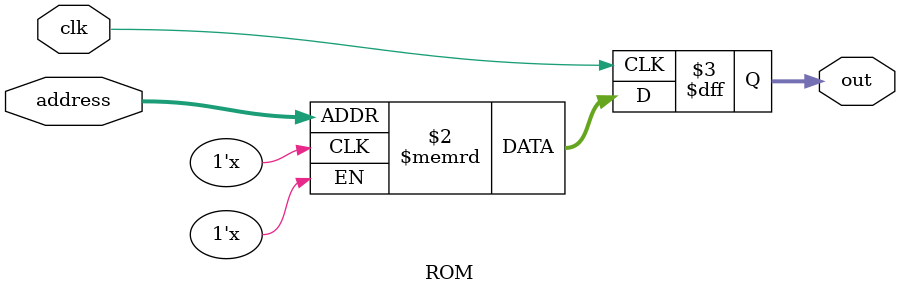
<source format=v>
module ROM(clk, address, out);
	parameter XLEN = 32;
	parameter TAM = 1024;
	parameter ADDRESSLEN = 10;
	input  clk;
	input  [(ADDRESSLEN - 1):0] address;
	output [(XLEN - 1):0] out;
	
	reg [(XLEN - 1):0] mem [(TAM-1):0];	
	
	always @(posedge clk) begin
		out <= mem[address];
	end
	
endmodule

</source>
